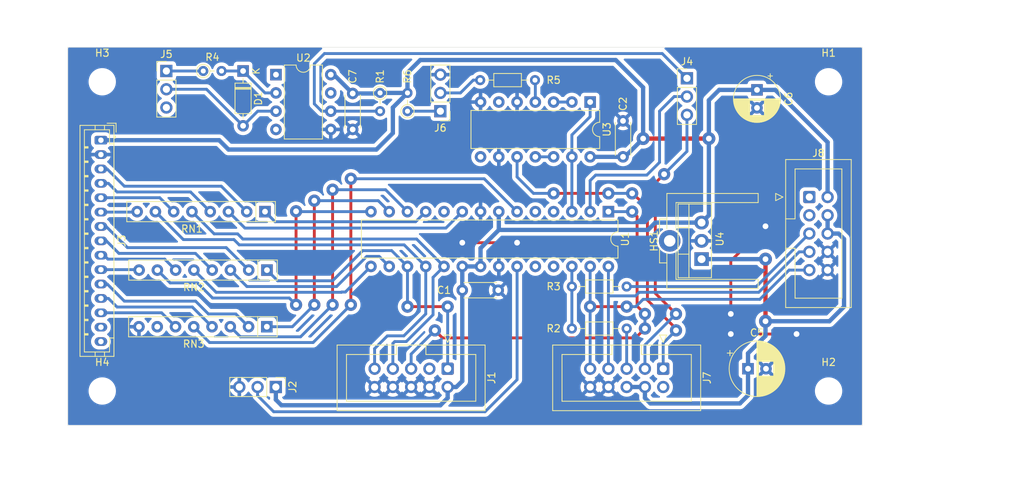
<source format=kicad_pcb>
(kicad_pcb (version 20240108) (generator "pcbnew") (generator_version "8.0")
  (layers (0 "F.Cu" signal) (31 "B.Cu" signal) (34 "B.Paste" user) (35 "F.Paste" user) (36 "B.SilkS" user "B.Silkscreen") (37 "F.SilkS" user "F.Silkscreen") (38 "B.Mask" user) (39 "F.Mask" user) (44 "Edge.Cuts" user))
  (net 0 "")
  (net 1 "+5V")
  (net 2 "GND")
  (net 3 "+12V")
  (net 4 "Net-(D1-K)")
  (net 5 "Net-(D1-A)")
  (net 8 "MISO")
  (net 9 "MOSI")
  (net 10 "Reset")
  (net 11 "SCK")
  (net 12 "Bend")
  (net 13 "Net-(J3-Pin_12)")
  (net 14 "Net-(J3-Pin_9)")
  (net 15 "Net-(J3-Pin_6)")
  (net 16 "Net-(J3-Pin_4)")
  (net 17 "Net-(J3-Pin_11)")
  (net 20 "Net-(J3-Pin_7)")
  (net 21 "Net-(J3-Pin_5)")
  (net 22 "Net-(J3-Pin_10)")
  (net 23 "Net-(J3-Pin_3)")
  (net 24 "Net-(J3-Pin_13)")
  (net 25 "Net-(J3-Pin_8)")
  (net 26 "RXD")
  (net 27 "MIDI Rx")
  (net 28 "Net-(J4-Pin_3)")
  (net 29 "Net-(J5-Pin_1)")
  (net 31 "Net-(J6-Pin_2)")
  (net 32 "Net-(J6-Pin_1)")
  (net 33 "Net-(J7-Pin_5)")
  (net 35 "SDA")
  (net 36 "SCL")
  (net 37 "TXD_OUT")
  (net 40 "Net-(J8-Pin_5)")
  (net 41 "Interrupt")
  (net 42 "Net-(R5-Pad1)")
  (net 43 "D1")
  (net 44 "D2")
  (net 45 "D0")
  (net 46 "Read")
  (net 47 "Latch")
  (net 48 "Clock")
  (net 51 "Enable")
  (net 52 "TXD")
  (net 53 "D6")
  (net 61 "Net-(U3-Pad11)")
  (net 63 "Net-(U3-Pad2)")
  (footprint "Resistor_THT:R_Array_SIP8" (layer "F.Cu") (at 103.652 96.012 180)
    (property "Reference" "RN2" (at 10.16 -2.4 180) (layer "F.SilkS"))
    (property "Value" "R_Pack04")
    (pad "1" thru_hole rect (at 0 0 180) (size 1.6 1.6) (drill 0.8) (layers "*.Cu" "*.Mask") (net 9 "MOSI"))
    (pad "2" thru_hole oval (at 2.54 0 180) (size 1.6 1.6) (drill 0.8) (layers "*.Cu" "*.Mask") (net 20 "Net-(J3-Pin_7)"))
    (pad "3" thru_hole oval (at 5.08 0 180) (size 1.6 1.6) (drill 0.8) (layers "*.Cu" "*.Mask") (net 44 "D2"))
    (pad "4" thru_hole oval (at 7.62 0 180) (size 1.6 1.6) (drill 0.8) (layers "*.Cu" "*.Mask") (net 25 "Net-(J3-Pin_8)"))
    (pad "5" thru_hole oval (at 10.16 0 180) (size 1.6 1.6) (drill 0.8) (layers "*.Cu" "*.Mask") (net 43 "D1"))
    (pad "6" thru_hole oval (at 12.7 0 180) (size 1.6 1.6) (drill 0.8) (layers "*.Cu" "*.Mask") (net 14 "Net-(J3-Pin_9)"))
    (pad "7" thru_hole oval (at 15.24 0 180) (size 1.6 1.6) (drill 0.8) (layers "*.Cu" "*.Mask") (net 45 "D0"))
    (pad "8" thru_hole oval (at 17.78 0 180) (size 1.6 1.6) (drill 0.8) (layers "*.Cu" "*.Mask") (net 22 "Net-(J3-Pin_10)"))
  )
  (footprint "Resistor_THT:R_Array_SIP8" (layer "F.Cu") (at 103.632 103.886 180)
    (property "Reference" "RN3" (at 10.16 -2.4 180) (layer "F.SilkS"))
    (property "Value" "R_Pack04")
    (pad "1" thru_hole rect (at 0 0 180) (size 1.6 1.6) (drill 0.8) (layers "*.Cu" "*.Mask") (net 48 "Clock"))
    (pad "2" thru_hole oval (at 2.54 0 180) (size 1.6 1.6) (drill 0.8) (layers "*.Cu" "*.Mask") (net 17 "Net-(J3-Pin_11)"))
    (pad "3" thru_hole oval (at 5.08 0 180) (size 1.6 1.6) (drill 0.8) (layers "*.Cu" "*.Mask") (net 47 "Latch"))
    (pad "4" thru_hole oval (at 7.62 0 180) (size 1.6 1.6) (drill 0.8) (layers "*.Cu" "*.Mask") (net 13 "Net-(J3-Pin_12)"))
    (pad "5" thru_hole oval (at 10.16 0 180) (size 1.6 1.6) (drill 0.8) (layers "*.Cu" "*.Mask") (net 46 "Read"))
    (pad "6" thru_hole oval (at 12.7 0 180) (size 1.6 1.6) (drill 0.8) (layers "*.Cu" "*.Mask") (net 24 "Net-(J3-Pin_13)"))
    (pad "7" thru_hole oval (at 15.24 0 180) (size 1.6 1.6) (drill 0.8) (layers "*.Cu" "*.Mask"))
    (pad "8" thru_hole oval (at 17.78 0 180) (size 1.6 1.6) (drill 0.8) (layers "*.Cu" "*.Mask") (net 2 "GND"))
  )
  (footprint "Connector_PinHeader_2.54mm:PinHeader_1x03_P2.54mm_Vertical" (layer "F.Cu") (at 162.052 69.342)
    (property "Reference" "J4" (at 0 -2.33 0) (layer "F.SilkS"))
    (property "Value" "SelectRX")
    (pad "1" thru_hole rect (at 0 0) (size 1.7 1.7) (drill 1) (layers "*.Cu" "*.Mask") (net 27 "MIDI Rx"))
    (pad "2" thru_hole oval (at 0 2.54) (size 1.7 1.7) (drill 1) (layers "*.Cu" "*.Mask") (net 26 "RXD"))
    (pad "3" thru_hole oval (at 0 5.08) (size 1.7 1.7) (drill 1) (layers "*.Cu" "*.Mask") (net 28 "Net-(J4-Pin_3)"))
  )
  (footprint "Resistor_THT:R_Axial_DIN0204_L3.6mm_D1.6mm_P7.62mm_Horizontal" (layer "F.Cu") (at 146.05 98.298)
    (property "Reference" "R3" (at -2.54 0 0) (layer "F.SilkS"))
    (property "Value" "220")
    (pad "1" thru_hole circle (at 0 0) (size 1.4 1.4) (drill 0.7) (layers "*.Cu" "*.Mask") (net 41 "Interrupt"))
    (pad "2" thru_hole oval (at 7.62 0) (size 1.4 1.4) (drill 0.7) (layers "*.Cu" "*.Mask") (net 40 "Net-(J8-Pin_5)"))
  )
  (footprint "Connector_IDC:IDC-Header_2x05_P2.54mm_Vertical" (layer "F.Cu") (at 128.778 109.728 -90)
    (property "Reference" "J1" (at 1.27 -6.1 90) (layer "F.SilkS"))
    (property "Value" "ISP")
    (pad "1" thru_hole roundrect (at 0 0 270) (size 1.7 1.7) (drill 1) (layers "*.Cu" "*.Mask") (roundrect_rratio 0.147059) (net 9 "MOSI"))
    (pad "2" thru_hole circle (at 2.54 0 270) (size 1.7 1.7) (drill 1) (layers "*.Cu" "*.Mask") (net 1 "+5V"))
    (pad "3" thru_hole circle (at 0 2.54 270) (size 1.7 1.7) (drill 1) (layers "*.Cu" "*.Mask"))
    (pad "4" thru_hole circle (at 2.54 2.54 270) (size 1.7 1.7) (drill 1) (layers "*.Cu" "*.Mask") (net 2 "GND"))
    (pad "5" thru_hole circle (at 0 5.08 270) (size 1.7 1.7) (drill 1) (layers "*.Cu" "*.Mask") (net 10 "Reset"))
    (pad "6" thru_hole circle (at 2.54 5.08 270) (size 1.7 1.7) (drill 1) (layers "*.Cu" "*.Mask") (net 2 "GND"))
    (pad "7" thru_hole circle (at 0 7.62 270) (size 1.7 1.7) (drill 1) (layers "*.Cu" "*.Mask") (net 11 "SCK"))
    (pad "8" thru_hole circle (at 2.54 7.62 270) (size 1.7 1.7) (drill 1) (layers "*.Cu" "*.Mask") (net 2 "GND"))
    (pad "9" thru_hole circle (at 0 10.16 270) (size 1.7 1.7) (drill 1) (layers "*.Cu" "*.Mask") (net 8 "MISO"))
    (pad "10" thru_hole circle (at 2.54 10.16 270) (size 1.7 1.7) (drill 1) (layers "*.Cu" "*.Mask") (net 2 "GND"))
  )
  (footprint "Package_TO_SOT_THT:TO-220-3_Vertical" (layer "F.Cu") (at 164.084 94.488 90)
    (property "Reference" "U4" (at 2.794 2.54 -90) (layer "F.SilkS"))
    (property "Value" "L7805")
    (pad "1" thru_hole rect (at 0 0 90) (size 1.905 2) (drill 1.1) (layers "*.Cu" "*.Mask") (net 3 "+12V"))
    (pad "2" thru_hole oval (at 2.54 0 90) (size 1.905 2) (drill 1.1) (layers "*.Cu" "*.Mask") (net 2 "GND"))
    (pad "3" thru_hole oval (at 5.08 0 90) (size 1.905 2) (drill 1.1) (layers "*.Cu" "*.Mask") (net 1 "+5V"))
  )
  (footprint "Resistor_THT:R_Axial_DIN0204_L3.6mm_D1.6mm_P2.54mm_Vertical" (layer "F.Cu") (at 119.38 71.374 -90)
    (property "Reference" "R1" (at -2.286 0 90) (layer "F.SilkS"))
    (property "Value" "2k2")
    (pad "1" thru_hole circle (at 0 0 270) (size 1.4 1.4) (drill 0.7) (layers "*.Cu" "*.Mask") (net 1 "+5V"))
    (pad "2" thru_hole oval (at 2.54 0 270) (size 1.4 1.4) (drill 0.7) (layers "*.Cu" "*.Mask") (net 27 "MIDI Rx"))
  )
  (footprint "Capacitor_THT:CP_Radial_D7.5mm_P2.50mm" (layer "F.Cu") (at 170.542606 109.728)
    (property "Reference" "C5" (at 1.25 -5 0) (layer "F.SilkS"))
    (property "Value" "33uF")
    (pad "1" thru_hole rect (at 0 0) (size 1.6 1.6) (drill 0.8) (layers "*.Cu" "*.Mask") (net 3 "+12V"))
    (pad "2" thru_hole circle (at 2.5 0) (size 1.6 1.6) (drill 0.8) (layers "*.Cu" "*.Mask") (net 2 "GND"))
  )
  (footprint "Capacitor_THT:C_Disc_D4.3mm_W1.9mm_P5.00mm" (layer "F.Cu") (at 130.81 98.806)
    (property "Reference" "C1" (at -2.54 0 0) (layer "F.SilkS"))
    (property "Value" "100nF")
    (pad "1" thru_hole circle (at 0 0) (size 1.6 1.6) (drill 0.8) (layers "*.Cu" "*.Mask") (net 1 "+5V"))
    (pad "2" thru_hole circle (at 5 0) (size 1.6 1.6) (drill 0.8) (layers "*.Cu" "*.Mask") (net 2 "GND"))
  )
  (footprint "MountingHole:MountingHole_3mm" (layer "F.Cu") (at 181.746 112.824)
    (property "Reference" "H2" (at 0 -4 0) (layer "F.SilkS"))
    (property "Value" "MountingHole")
    (pad "" np_thru_hole circle (at 0 0) (size 3 3) (drill 3) (layers "*.Cu" "*.Mask"))
  )
  (footprint "Resistor_THT:R_Axial_DIN0204_L3.6mm_D1.6mm_P2.54mm_Vertical" (layer "F.Cu") (at 94.792 68.326)
    (property "Reference" "R4" (at 1.27 -1.92 0) (layer "F.SilkS"))
    (property "Value" "220")
    (pad "1" thru_hole circle (at 0 0) (size 1.4 1.4) (drill 0.7) (layers "*.Cu" "*.Mask") (net 29 "Net-(J5-Pin_1)"))
    (pad "2" thru_hole oval (at 2.54 0) (size 1.4 1.4) (drill 0.7) (layers "*.Cu" "*.Mask") (net 4 "Net-(D1-K)"))
  )
  (footprint "Connector_IDC:IDC-Header_2x05_P2.54mm_Vertical" (layer "F.Cu") (at 158.75 109.728 -90)
    (property "Reference" "J7" (at 1.27 -6.1 90) (layer "F.SilkS"))
    (property "Value" "BoardCon")
    (pad "1" thru_hole roundrect (at 0 0 270) (size 1.7 1.7) (drill 1) (layers "*.Cu" "*.Mask") (roundrect_rratio 0.147059) (net 37 "TXD_OUT"))
    (pad "2" thru_hole circle (at 2.54 0 270) (size 1.7 1.7) (drill 1) (layers "*.Cu" "*.Mask"))
    (pad "3" thru_hole circle (at 0 2.54 270) (size 1.7 1.7) (drill 1) (layers "*.Cu" "*.Mask") (net 28 "Net-(J4-Pin_3)"))
    (pad "4" thru_hole circle (at 2.54 2.54 270) (size 1.7 1.7) (drill 1) (layers "*.Cu" "*.Mask") (net 3 "+12V"))
    (pad "5" thru_hole circle (at 0 5.08 270) (size 1.7 1.7) (drill 1) (layers "*.Cu" "*.Mask") (net 33 "Net-(J7-Pin_5)"))
    (pad "6" thru_hole circle (at 2.54 5.08 270) (size 1.7 1.7) (drill 1) (layers "*.Cu" "*.Mask") (net 3 "+12V"))
    (pad "7" thru_hole circle (at 0 7.62 270) (size 1.7 1.7) (drill 1) (layers "*.Cu" "*.Mask") (net 36 "SCL"))
    (pad "8" thru_hole circle (at 2.54 7.62 270) (size 1.7 1.7) (drill 1) (layers "*.Cu" "*.Mask") (net 2 "GND"))
    (pad "9" thru_hole circle (at 0 10.16 270) (size 1.7 1.7) (drill 1) (layers "*.Cu" "*.Mask") (net 35 "SDA"))
    (pad "10" thru_hole circle (at 2.54 10.16 270) (size 1.7 1.7) (drill 1) (layers "*.Cu" "*.Mask") (net 2 "GND"))
  )
  (footprint "Package_DIP:DIP-14_W7.62mm" (layer "F.Cu") (at 148.59 72.644 -90)
    (property "Reference" "U3" (at 3.81 -2.33 90) (layer "F.SilkS"))
    (property "Value" "74LS14")
    (pad "1" thru_hole rect (at 0 0 270) (size 1.6 1.6) (drill 0.8) (layers "*.Cu" "*.Mask") (net 52 "TXD"))
    (pad "2" thru_hole oval (at 0 2.54 270) (size 1.6 1.6) (drill 0.8) (layers "*.Cu" "*.Mask") (net 63 "Net-(U3-Pad2)"))
    (pad "3" thru_hole oval (at 0 5.08 270) (size 1.6 1.6) (drill 0.8) (layers "*.Cu" "*.Mask") (net 63 "Net-(U3-Pad2)"))
    (pad "4" thru_hole oval (at 0 7.62 270) (size 1.6 1.6) (drill 0.8) (layers "*.Cu" "*.Mask") (net 42 "Net-(R5-Pad1)"))
    (pad "5" thru_hole oval (at 0 10.16 270) (size 1.6 1.6) (drill 0.8) (layers "*.Cu" "*.Mask") (net 2 "GND"))
    (pad "6" thru_hole oval (at 0 12.7 270) (size 1.6 1.6) (drill 0.8) (layers "*.Cu" "*.Mask"))
    (pad "7" thru_hole oval (at 0 15.24 270) (size 1.6 1.6) (drill 0.8) (layers "*.Cu" "*.Mask") (net 2 "GND"))
    (pad "8" thru_hole oval (at 7.62 15.24 270) (size 1.6 1.6) (drill 0.8) (layers "*.Cu" "*.Mask"))
    (pad "9" thru_hole oval (at 7.62 12.7 270) (size 1.6 1.6) (drill 0.8) (layers "*.Cu" "*.Mask") (net 2 "GND"))
    (pad "10" thru_hole oval (at 7.62 10.16 270) (size 1.6 1.6) (drill 0.8) (layers "*.Cu" "*.Mask") (net 37 "TXD_OUT"))
    (pad "11" thru_hole oval (at 7.62 7.62 270) (size 1.6 1.6) (drill 0.8) (layers "*.Cu" "*.Mask") (net 61 "Net-(U3-Pad11)"))
    (pad "12" thru_hole oval (at 7.62 5.08 270) (size 1.6 1.6) (drill 0.8) (layers "*.Cu" "*.Mask") (net 61 "Net-(U3-Pad11)"))
    (pad "13" thru_hole oval (at 7.62 2.54 270) (size 1.6 1.6) (drill 0.8) (layers "*.Cu" "*.Mask") (net 52 "TXD"))
    (pad "14" thru_hole oval (at 7.62 0 270) (size 1.6 1.6) (drill 0.8) (layers "*.Cu" "*.Mask") (net 1 "+5V"))
  )
  (footprint "Connector_PinHeader_2.54mm:PinHeader_1x03_P2.54mm_Vertical" (layer "F.Cu") (at 89.662 68.326)
    (property "Reference" "J5" (at 0 -2.33 0) (layer "F.SilkS"))
    (property "Value" "MIDI In")
    (pad "1" thru_hole rect (at 0 0) (size 1.7 1.7) (drill 1) (layers "*.Cu" "*.Mask") (net 29 "Net-(J5-Pin_1)"))
    (pad "2" thru_hole oval (at 0 2.54) (size 1.7 1.7) (drill 1) (layers "*.Cu" "*.Mask") (net 5 "Net-(D1-A)"))
    (pad "3" thru_hole oval (at 0 5.08) (size 1.7 1.7) (drill 1) (layers "*.Cu" "*.Mask"))
  )
  (footprint "MountingHole:MountingHole_3mm" (layer "F.Cu") (at 80.746 112.824)
    (property "Reference" "H4" (at 0 -4 0) (layer "F.SilkS"))
    (property "Value" "MountingHole")
    (pad "" np_thru_hole circle (at 0 0) (size 3 3) (drill 3) (layers "*.Cu" "*.Mask"))
  )
  (footprint "Connector_JST:JST_PH_B15B-PH-K_1x15_P2.00mm_Vertical" (layer "F.Cu") (at 80.56 77.948 -90)
    (property "Reference" "J3" (at 14 -2.9 90) (layer "F.SilkS"))
    (property "Value" "Technics")
    (pad "1" thru_hole roundrect (at 0 0 270) (size 1.2 1.75) (drill 0.75) (layers "*.Cu" "*.Mask") (roundrect_rratio 0.208333) (net 1 "+5V"))
    (pad "2" thru_hole oval (at 2 0 270) (size 1.2 1.75) (drill 0.75) (layers "*.Cu" "*.Mask") (net 2 "GND"))
    (pad "3" thru_hole oval (at 4 0 270) (size 1.2 1.75) (drill 0.75) (layers "*.Cu" "*.Mask") (net 23 "Net-(J3-Pin_3)"))
    (pad "4" thru_hole oval (at 6 0 270) (size 1.2 1.75) (drill 0.75) (layers "*.Cu" "*.Mask") (net 16 "Net-(J3-Pin_4)"))
    (pad "5" thru_hole oval (at 8 0 270) (size 1.2 1.75) (drill 0.75) (layers "*.Cu" "*.Mask") (net 21 "Net-(J3-Pin_5)"))
    (pad "6" thru_hole oval (at 10 0 270) (size 1.2 1.75) (drill 0.75) (layers "*.Cu" "*.Mask") (net 15 "Net-(J3-Pin_6)"))
    (pad "7" thru_hole oval (at 12 0 270) (size 1.2 1.75) (drill 0.75) (layers "*.Cu" "*.Mask") (net 20 "Net-(J3-Pin_7)"))
    (pad "8" thru_hole oval (at 14 0 270) (size 1.2 1.75) (drill 0.75) (layers "*.Cu" "*.Mask") (net 25 "Net-(J3-Pin_8)"))
    (pad "9" thru_hole oval (at 16 0 270) (size 1.2 1.75) (drill 0.75) (layers "*.Cu" "*.Mask") (net 14 "Net-(J3-Pin_9)"))
    (pad "10" thru_hole oval (at 18 0 270) (size 1.2 1.75) (drill 0.75) (layers "*.Cu" "*.Mask") (net 22 "Net-(J3-Pin_10)"))
    (pad "11" thru_hole oval (at 20 0 270) (size 1.2 1.75) (drill 0.75) (layers "*.Cu" "*.Mask") (net 17 "Net-(J3-Pin_11)"))
    (pad "12" thru_hole oval (at 22 0 270) (size 1.2 1.75) (drill 0.75) (layers "*.Cu" "*.Mask") (net 13 "Net-(J3-Pin_12)"))
    (pad "13" thru_hole oval (at 24 0 270) (size 1.2 1.75) (drill 0.75) (layers "*.Cu" "*.Mask") (net 24 "Net-(J3-Pin_13)"))
    (pad "14" thru_hole oval (at 26 0 270) (size 1.2 1.75) (drill 0.75) (layers "*.Cu" "*.Mask"))
    (pad "15" thru_hole oval (at 28 0 270) (size 1.2 1.75) (drill 0.75) (layers "*.Cu" "*.Mask"))
  )
  (footprint "MountingHole:MountingHole_3mm" (layer "F.Cu") (at 80.746 69.824)
    (property "Reference" "H3" (at 0 -4 0) (layer "F.SilkS"))
    (property "Value" "MountingHole")
    (pad "" np_thru_hole circle (at 0 0) (size 3 3) (drill 3) (layers "*.Cu" "*.Mask"))
  )
  (footprint "Package_DIP:DIP-28_W7.62mm" (layer "F.Cu") (at 151.13 87.884 -90)
    (property "Reference" "U1" (at 3.81 -2.33 90) (layer "F.SilkS"))
    (property "Value" "ATmega48-20P")
    (pad "1" thru_hole rect (at 0 0 270) (size 1.6 1.6) (drill 0.8) (layers "*.Cu" "*.Mask") (net 10 "Reset"))
    (pad "2" thru_hole oval (at 0 2.54 270) (size 1.6 1.6) (drill 0.8) (layers "*.Cu" "*.Mask") (net 26 "RXD"))
    (pad "3" thru_hole oval (at 0 5.08 270) (size 1.6 1.6) (drill 0.8) (layers "*.Cu" "*.Mask") (net 52 "TXD"))
    (pad "4" thru_hole oval (at 0 7.62 270) (size 1.6 1.6) (drill 0.8) (layers "*.Cu" "*.Mask"))
    (pad "5" thru_hole oval (at 0 10.16 270) (size 1.6 1.6) (drill 0.8) (layers "*.Cu" "*.Mask"))
    (pad "6" thru_hole oval (at 0 12.7 270) (size 1.6 1.6) (drill 0.8) (layers "*.Cu" "*.Mask") (net 46 "Read"))
    (pad "7" thru_hole oval (at 0 15.24 270) (size 1.6 1.6) (drill 0.8) (layers "*.Cu" "*.Mask") (net 1 "+5V"))
    (pad "8" thru_hole oval (at 0 17.78 270) (size 1.6 1.6) (drill 0.8) (layers "*.Cu" "*.Mask") (net 2 "GND"))
    (pad "9" thru_hole oval (at 0 20.32 270) (size 1.6 1.6) (drill 0.8) (layers "*.Cu" "*.Mask") (net 53 "D6"))
    (pad "10" thru_hole oval (at 0 22.86 270) (size 1.6 1.6) (drill 0.8) (layers "*.Cu" "*.Mask"))
    (pad "11" thru_hole oval (at 0 25.4 270) (size 1.6 1.6) (drill 0.8) (layers "*.Cu" "*.Mask") (net 51 "Enable"))
    (pad "12" thru_hole oval (at 0 27.94 270) (size 1.6 1.6) (drill 0.8) (layers "*.Cu" "*.Mask") (net 47 "Latch"))
    (pad "13" thru_hole oval (at 0 30.48 270) (size 1.6 1.6) (drill 0.8) (layers "*.Cu" "*.Mask") (net 48 "Clock"))
    (pad "14" thru_hole oval (at 0 33.02 270) (size 1.6 1.6) (drill 0.8) (layers "*.Cu" "*.Mask") (net 45 "D0"))
    (pad "15" thru_hole oval (at 7.62 33.02 270) (size 1.6 1.6) (drill 0.8) (layers "*.Cu" "*.Mask") (net 43 "D1"))
    (pad "16" thru_hole oval (at 7.62 30.48 270) (size 1.6 1.6) (drill 0.8) (layers "*.Cu" "*.Mask") (net 44 "D2"))
    (pad "17" thru_hole oval (at 7.62 27.94 270) (size 1.6 1.6) (drill 0.8) (layers "*.Cu" "*.Mask") (net 9 "MOSI"))
    (pad "18" thru_hole oval (at 7.62 25.4 270) (size 1.6 1.6) (drill 0.8) (layers "*.Cu" "*.Mask") (net 8 "MISO"))
    (pad "19" thru_hole oval (at 7.62 22.86 270) (size 1.6 1.6) (drill 0.8) (layers "*.Cu" "*.Mask") (net 11 "SCK"))
    (pad "20" thru_hole oval (at 7.62 20.32 270) (size 1.6 1.6) (drill 0.8) (layers "*.Cu" "*.Mask") (net 1 "+5V"))
    (pad "21" thru_hole oval (at 7.62 17.78 270) (size 1.6 1.6) (drill 0.8) (layers "*.Cu" "*.Mask") (net 1 "+5V"))
    (pad "22" thru_hole oval (at 7.62 15.24 270) (size 1.6 1.6) (drill 0.8) (layers "*.Cu" "*.Mask") (net 2 "GND"))
    (pad "23" thru_hole oval (at 7.62 12.7 270) (size 1.6 1.6) (drill 0.8) (layers "*.Cu" "*.Mask") (net 12 "Bend"))
    (pad "24" thru_hole oval (at 7.62 10.16 270) (size 1.6 1.6) (drill 0.8) (layers "*.Cu" "*.Mask"))
    (pad "25" thru_hole oval (at 7.62 7.62 270) (size 1.6 1.6) (drill 0.8) (layers "*.Cu" "*.Mask"))
    (pad "26" thru_hole oval (at 7.62 5.08 270) (size 1.6 1.6) (drill 0.8) (layers "*.Cu" "*.Mask") (net 41 "Interrupt"))
    (pad "27" thru_hole oval (at 7.62 2.54 270) (size 1.6 1.6) (drill 0.8) (layers "*.Cu" "*.Mask") (net 35 "SDA"))
    (pad "28" thru_hole oval (at 7.62 0 270) (size 1.6 1.6) (drill 0.8) (layers "*.Cu" "*.Mask") (net 36 "SCL"))
  )
  (footprint "Package_DIP:DIP-8_W7.62mm" (layer "F.Cu") (at 104.902 68.834)
    (property "Reference" "U2" (at 3.81 -2.33 0) (layer "F.SilkS"))
    (property "Value" "6N137")
    (pad "1" thru_hole rect (at 0 0) (size 1.6 1.6) (drill 0.8) (layers "*.Cu" "*.Mask"))
    (pad "2" thru_hole oval (at 0 2.54) (size 1.6 1.6) (drill 0.8) (layers "*.Cu" "*.Mask") (net 4 "Net-(D1-K)"))
    (pad "3" thru_hole oval (at 0 5.08) (size 1.6 1.6) (drill 0.8) (layers "*.Cu" "*.Mask") (net 5 "Net-(D1-A)"))
    (pad "4" thru_hole oval (at 0 7.62) (size 1.6 1.6) (drill 0.8) (layers "*.Cu" "*.Mask"))
    (pad "5" thru_hole oval (at 7.62 7.62) (size 1.6 1.6) (drill 0.8) (layers "*.Cu" "*.Mask") (net 2 "GND"))
    (pad "6" thru_hole oval (at 7.62 5.08) (size 1.6 1.6) (drill 0.8) (layers "*.Cu" "*.Mask") (net 27 "MIDI Rx"))
    (pad "7" thru_hole oval (at 7.62 2.54) (size 1.6 1.6) (drill 0.8) (layers "*.Cu" "*.Mask"))
    (pad "8" thru_hole oval (at 7.62 0) (size 1.6 1.6) (drill 0.8) (layers "*.Cu" "*.Mask") (net 1 "+5V"))
  )
  (footprint "Connector_PinHeader_2.54mm:PinHeader_1x03_P2.54mm_Vertical" (layer "F.Cu") (at 127.762 73.914 180)
    (property "Reference" "J6" (at 0 -2.33 180) (layer "F.SilkS"))
    (property "Value" "MIDI Out")
    (pad "1" thru_hole rect (at 0 0 180) (size 1.7 1.7) (drill 1) (layers "*.Cu" "*.Mask") (net 32 "Net-(J6-Pin_1)"))
    (pad "2" thru_hole oval (at 0 2.54 180) (size 1.7 1.7) (drill 1) (layers "*.Cu" "*.Mask") (net 31 "Net-(J6-Pin_2)"))
    (pad "3" thru_hole oval (at 0 5.08 180) (size 1.7 1.7) (drill 1) (layers "*.Cu" "*.Mask") (net 2 "GND"))
  )
  (footprint "Capacitor_THT:C_Disc_D4.3mm_W1.9mm_P5.00mm" (layer "F.Cu") (at 115.57 71.454 -90)
    (property "Reference" "C7" (at -2.366 0 90) (layer "F.SilkS"))
    (property "Value" "100nF")
    (pad "1" thru_hole circle (at 0 0 270) (size 1.6 1.6) (drill 0.8) (layers "*.Cu" "*.Mask") (net 1 "+5V"))
    (pad "2" thru_hole circle (at 5 0 270) (size 1.6 1.6) (drill 0.8) (layers "*.Cu" "*.Mask") (net 2 "GND"))
  )
  (footprint "Capacitor_THT:CP_Radial_D6.3mm_P2.50mm" (layer "F.Cu") (at 171.79162 70.953618 -90)
    (property "Reference" "C6" (at 1.25 -4.4 90) (layer "F.SilkS"))
    (property "Value" "10uF")
    (pad "1" thru_hole rect (at 0 0 270) (size 1.6 1.6) (drill 0.8) (layers "*.Cu" "*.Mask") (net 1 "+5V"))
    (pad "2" thru_hole circle (at 2.5 0 270) (size 1.6 1.6) (drill 0.8) (layers "*.Cu" "*.Mask") (net 2 "GND"))
  )
  (footprint "Custom_Heatsinks:Heatsink_Aavid_TO-220_H12.7mm" (layer "F.Cu") (at 160.528 91.9607 90)
    (property "Reference" "HS1" (at 0 -3.048 -90) (layer "F.SilkS"))
    (property "Value" "Heatsink_Pad")
    (pad "1" thru_hole circle (at 0.0127 -0.8763 90) (size 3 3) (drill 1.6) (layers "*.Cu" "*.Mask") (clearance 0.3))
  )
  (footprint "MountingHole:MountingHole_3mm" (layer "F.Cu") (at 181.746 69.824)
    (property "Reference" "H1" (at 0 -4 0) (layer "F.SilkS"))
    (property "Value" "MountingHole")
    (pad "" np_thru_hole circle (at 0 0) (size 3 3) (drill 3) (layers "*.Cu" "*.Mask"))
  )
  (footprint "Diode_THT:D_DO-35_SOD27_P7.62mm_Horizontal" (layer "F.Cu") (at 100.33 68.326 -90)
    (property "Reference" "D1" (at 3.81 -2.12 90) (layer "F.SilkS"))
    (property "Value" "1N4148")
    (fp_text user "K" (at 0 -1.8 90) (layer "F.SilkS"))
    (pad "1" thru_hole rect (at 0 0 270) (size 1.6 1.6) (drill 0.8) (layers "*.Cu" "*.Mask") (net 4 "Net-(D1-K)"))
    (pad "2" thru_hole oval (at 7.62 0 270) (size 1.6 1.6) (drill 0.8) (layers "*.Cu" "*.Mask") (net 5 "Net-(D1-A)"))
  )
  (footprint "Resistor_THT:R_Axial_DIN0204_L3.6mm_D1.6mm_P7.62mm_Horizontal" (layer "F.Cu") (at 140.92 69.596 180)
    (property "Reference" "R5" (at -2.59 0 180) (layer "F.SilkS"))
    (property "Value" "220")
    (pad "1" thru_hole circle (at 0 0 180) (size 1.4 1.4) (drill 0.7) (layers "*.Cu" "*.Mask") (net 42 "Net-(R5-Pad1)"))
    (pad "2" thru_hole oval (at 7.62 0 180) (size 1.4 1.4) (drill 0.7) (layers "*.Cu" "*.Mask") (net 31 "Net-(J6-Pin_2)"))
  )
  (footprint "Resistor_THT:R_Array_SIP8" (layer "F.Cu") (at 103.378 87.884 180)
    (property "Reference" "RN1" (at 10.16 -2.4 180) (layer "F.SilkS"))
    (property "Value" "R_Pack04")
    (pad "1" thru_hole rect (at 0 0 180) (size 1.6 1.6) (drill 0.8) (layers "*.Cu" "*.Mask") (net 51 "Enable"))
    (pad "2" thru_hole oval (at 2.54 0 180) (size 1.6 1.6) (drill 0.8) (layers "*.Cu" "*.Mask") (net 23 "Net-(J3-Pin_3)"))
    (pad "3" thru_hole oval (at 5.08 0 180) (size 1.6 1.6) (drill 0.8) (layers "*.Cu" "*.Mask") (net 53 "D6"))
    (pad "4" thru_hole oval (at 7.62 0 180) (size 1.6 1.6) (drill 0.8) (layers "*.Cu" "*.Mask") (net 16 "Net-(J3-Pin_4)"))
    (pad "5" thru_hole oval (at 10.16 0 180) (size 1.6 1.6) (drill 0.8) (layers "*.Cu" "*.Mask") (net 11 "SCK"))
    (pad "6" thru_hole oval (at 12.7 0 180) (size 1.6 1.6) (drill 0.8) (layers "*.Cu" "*.Mask") (net 21 "Net-(J3-Pin_5)"))
    (pad "7" thru_hole oval (at 15.24 0 180) (size 1.6 1.6) (drill 0.8) (layers "*.Cu" "*.Mask") (net 8 "MISO"))
    (pad "8" thru_hole oval (at 17.78 0 180) (size 1.6 1.6) (drill 0.8) (layers "*.Cu" "*.Mask") (net 15 "Net-(J3-Pin_6)"))
  )
  (footprint "Capacitor_THT:C_Disc_D4.3mm_W1.9mm_P5.00mm" (layer "F.Cu") (at 153.162 80.264 90)
    (property "Reference" "C2" (at 7.366 0 -90) (layer "F.SilkS"))
    (property "Value" "100nF")
    (pad "1" thru_hole circle (at 0 0 90) (size 1.6 1.6) (drill 0.8) (layers "*.Cu" "*.Mask") (net 1 "+5V"))
    (pad "2" thru_hole circle (at 5 0 90) (size 1.6 1.6) (drill 0.8) (layers "*.Cu" "*.Mask") (net 2 "GND"))
  )
  (footprint "Connector_IDC:IDC-Header_2x05_P2.54mm_Vertical" (layer "F.Cu") (at 179.07 85.852)
    (property "Reference" "J8" (at 1.27 -6.1 0) (layer "F.SilkS"))
    (property "Value" "PistonEncoder")
    (pad "1" thru_hole roundrect (at 0 0) (size 1.7 1.7) (drill 1) (layers "*.Cu" "*.Mask") (roundrect_rratio 0.147059))
    (pad "2" thru_hole circle (at 2.54 0) (size 1.7 1.7) (drill 1) (layers "*.Cu" "*.Mask") (net 1 "+5V"))
    (pad "3" thru_hole circle (at 0 2.54) (size 1.7 1.7) (drill 1) (layers "*.Cu" "*.Mask"))
    (pad "4" thru_hole circle (at 2.54 2.54) (size 1.7 1.7) (drill 1) (layers "*.Cu" "*.Mask") (net 3 "+12V"))
    (pad "5" thru_hole circle (at 0 5.08) (size 1.7 1.7) (drill 1) (layers "*.Cu" "*.Mask") (net 40 "Net-(J8-Pin_5)"))
    (pad "6" thru_hole circle (at 2.54 5.08) (size 1.7 1.7) (drill 1) (layers "*.Cu" "*.Mask") (net 3 "+12V"))
    (pad "7" thru_hole circle (at 0 7.62) (size 1.7 1.7) (drill 1) (layers "*.Cu" "*.Mask") (net 36 "SCL"))
    (pad "8" thru_hole circle (at 2.54 7.62) (size 1.7 1.7) (drill 1) (layers "*.Cu" "*.Mask") (net 2 "GND"))
    (pad "9" thru_hole circle (at 0 10.16) (size 1.7 1.7) (drill 1) (layers "*.Cu" "*.Mask") (net 35 "SDA"))
    (pad "10" thru_hole circle (at 2.54 10.16) (size 1.7 1.7) (drill 1) (layers "*.Cu" "*.Mask") (net 2 "GND"))
  )
  (footprint "Resistor_THT:R_Axial_DIN0204_L3.6mm_D1.6mm_P2.54mm_Vertical" (layer "F.Cu") (at 123.19 73.914 90)
    (property "Reference" "R6" (at 4.826 0 -90) (layer "F.SilkS"))
    (property "Value" "220")
    (pad "1" thru_hole circle (at 0 0 90) (size 1.4 1.4) (drill 0.7) (layers "*.Cu" "*.Mask") (net 32 "Net-(J6-Pin_1)"))
    (pad "2" thru_hole oval (at 2.54 0 90) (size 1.4 1.4) (drill 0.7) (layers "*.Cu" "*.Mask") (net 1 "+5V"))
  )
  (footprint "Connector_PinHeader_2.54mm:PinHeader_1x03_P2.54mm_Vertical" (layer "F.Cu") (at 104.887 112.268 -90)
    (property "Reference" "J2" (at 0 -2.33 90) (layer "F.SilkS"))
    (property "Value" "Bender")
    (pad "1" thru_hole rect (at 0 0 270) (size 1.7 1.7) (drill 1) (layers "*.Cu" "*.Mask") (net 1 "+5V"))
    (pad "2" thru_hole oval (at 0 2.54 270) (size 1.7 1.7) (drill 1) (layers "*.Cu" "*.Mask") (net 12 "Bend"))
    (pad "3" thru_hole oval (at 0 5.08 270) (size 1.7 1.7) (drill 1) (layers "*.Cu" "*.Mask") (net 2 "GND"))
  )
  (footprint "Resistor_THT:R_Axial_DIN0204_L3.6mm_D1.6mm_P7.62mm_Horizontal" (layer "F.Cu") (at 153.67 104.14 180)
    (property "Reference" "R2" (at 10.16 0 180) (layer "F.SilkS"))
    (property "Value" "220")
    (pad "1" thru_hole circle (at 0 0 180) (size 1.4 1.4) (drill 0.7) (layers "*.Cu" "*.Mask") (net 33 "Net-(J7-Pin_5)"))
    (pad "2" thru_hole oval (at 7.62 0 180) (size 1.4 1.4) (drill 0.7) (layers "*.Cu" "*.Mask") (net 41 "Interrupt"))
  )
  (gr_rect (start 75.946 65.024) (end 186.436 117.602) (stroke (width 0.05)) (fill none) (layer "Edge.Cuts"))
  (segment (start 155.956 77.724) (end 165.1 77.724) (width 0.6) (layer "F.Cu") (net 1))
  (via (at 165.1 77.724) (size 1.8) (drill 0.8) (layers "F.Cu" "B.Cu") (net 1))
  (via (at 155.956 77.724) (size 1.8) (drill 0.8) (layers "F.Cu" "B.Cu") (net 1))
  (segment (start 174.331618 70.953618) (end 171.79162 70.953618) (width 0.6) (layer "B.Cu") (net 1))
  (segment (start 135.89 90.424) (end 156.633573 90.424) (width 0.6) (layer "B.Cu") (net 1))
  (segment (start 130.81 111.438081) (end 130.81 98.298) (width 0.6) (layer "B.Cu") (net 1))
  (segment (start 123.19 71.374) (end 123.19 68.58) (width 0.6) (layer "B.Cu") (net 1))
  (segment (start 181.61 78.232) (end 174.331618 70.953618) (width 0.6) (layer "B.Cu") (net 1))
  (segment (start 80.56 77.948) (end 96.998 77.948) (width 0.6) (layer "B.Cu") (net 1))
  (segment (start 119.38 71.374) (end 123.19 71.374) (width 0.6) (layer "B.Cu") (net 1))
  (segment (start 121.158 76.962) (end 121.158 73.406) (width 0.6) (layer "B.Cu") (net 1))
  (segment (start 121.158 73.406) (end 123.19 71.374) (width 0.6) (layer "B.Cu") (net 1))
  (segment (start 118.872 79.248) (end 121.158 76.962) (width 0.6) (layer "B.Cu") (net 1))
  (segment (start 166.536382 70.953618) (end 165.1 72.39) (width 0.6) (layer "B.Cu") (net 1))
  (segment (start 98.298 79.248) (end 118.872 79.248) (width 0.6) (layer "B.Cu") (net 1))
  (segment (start 104.887 112.268) (end 104.887 114.031) (width 0.6) (layer "B.Cu") (net 1))
  (segment (start 156.633573 90.424) (end 157.649573 89.408) (width 0.6) (layer "B.Cu") (net 1))
  (segment (start 123.19 68.58) (end 124.968 66.802) (width 0.6) (layer "B.Cu") (net 1))
  (segment (start 104.887 114.031) (end 105.664 114.808) (width 0.6) (layer "B.Cu") (net 1))
  (segment (start 164.084 89.408) (end 165.1 88.392) (width 0.6) (layer "B.Cu") (net 1))
  (segment (start 133.35 92.964) (end 135.89 90.424) (width 0.6) (layer "B.Cu") (net 1))
  (segment (start 153.416 80.264) (end 155.956 77.724) (width 0.6) (layer "B.Cu") (net 1))
  (segment (start 128.778 113.792) (end 128.778 112.268) (width 0.6) (layer "B.Cu") (net 1))
  (segment (start 105.664 114.808) (end 127.762 114.808) (width 0.6) (layer "B.Cu") (net 1))
  (segment (start 129.980081 112.268) (end 130.81 111.438081) (width 0.6) (layer "B.Cu") (net 1))
  (segment (start 133.35 95.504) (end 133.35 92.964) (width 0.6) (layer "B.Cu") (net 1))
  (segment (start 112.95 68.834) (end 115.57 71.454) (width 0.6) (layer "B.Cu") (net 1))
  (segment (start 130.81 95.504) (end 133.35 95.504) (width 0.6) (layer "B.Cu") (net 1))
  (segment (start 148.59 80.264) (end 153.162 80.264) (width 0.6) (layer "B.Cu") (net 1))
  (segment (start 157.649573 89.408) (end 164.084 89.408) (width 0.6) (layer "B.Cu") (net 1))
  (segment (start 165.1 88.392) (end 165.1 77.724) (width 0.6) (layer "B.Cu") (net 1))
  (segment (start 124.968 66.802) (end 152.146 66.802) (width 0.6) (layer "B.Cu") (net 1))
  (segment (start 128.778 112.268) (end 129.980081 112.268) (width 0.6) (layer "B.Cu") (net 1))
  (segment (start 115.57 71.454) (end 119.3 71.454) (width 0.6) (layer "B.Cu") (net 1))
  (segment (start 130.81 95.504) (end 130.81 98.298) (width 0.6) (layer "B.Cu") (net 1))
  (segment (start 155.956 77.724) (end 155.956 70.612) (width 0.6) (layer "B.Cu") (net 1))
  (segment (start 181.61 85.852) (end 181.61 78.232) (width 0.6) (layer "B.Cu") (net 1))
  (segment (start 165.1 72.39) (end 165.1 77.724) (width 0.6) (layer "B.Cu") (net 1))
  (segment (start 155.956 70.612) (end 152.146 66.802) (width 0.6) (layer "B.Cu") (net 1))
  (segment (start 96.998 77.948) (end 98.298 79.248) (width 0.6) (layer "B.Cu") (net 1))
  (segment (start 127.762 114.808) (end 128.778 113.792) (width 0.6) (layer "B.Cu") (net 1))
  (segment (start 171.79162 70.953618) (end 166.536382 70.953618) (width 0.6) (layer "B.Cu") (net 1))
  (segment (start 135.89 90.424) (end 135.89 87.884) (width 0.6) (layer "B.Cu") (net 1))
  (segment (start 130.81 92.202) (end 138.43 92.202) (width 0.4) (layer "F.Cu") (net 2))
  (segment (start 172.974 89.916) (end 168.148 94.742) (width 0.4) (layer "F.Cu") (net 2))
  (segment (start 168.148 94.742) (end 168.148 102.108) (width 0.4) (layer "F.Cu") (net 2))
  (segment (start 168.148 104.902) (end 177.292 104.902) (width 0.4) (layer "F.Cu") (net 2))
  (via (at 168.148 104.902) (size 1.7) (drill 0.8) (layers "F.Cu" "B.Cu") (net 2))
  (via (at 130.81 92.202) (size 1.7) (drill 0.8) (layers "F.Cu" "B.Cu") (net 2))
  (via (at 168.148 102.108) (size 1.7) (drill 0.8) (layers "F.Cu" "B.Cu") (net 2))
  (via (at 177.292 104.902) (size 1.7) (drill 0.8) (layers "F.Cu" "B.Cu") (net 2))
  (via (at 138.43 92.202) (size 1.7) (drill 0.8) (layers "F.Cu" "B.Cu") (net 2))
  (via (at 172.974 89.916) (size 1.7) (drill 0.8) (layers "F.Cu" "B.Cu") (net 2))
  (segment (start 172.974 94.488) (end 172.974 102.87) (width 0.6) (layer "F.Cu") (net 3))
  (via (at 172.974 94.488) (size 1.8) (drill 0.8) (layers "F.Cu" "B.Cu") (net 3))
  (via (at 172.974 103.124) (size 1.8) (drill 0.8) (layers "F.Cu" "B.Cu") (net 3))
  (segment (start 169.418 114.554) (end 170.542606 113.429394) (width 0.6) (layer "B.Cu") (net 3))
  (segment (start 183.134 90.932) (end 181.61 90.932) (width 0.6) (layer "B.Cu") (net 3))
  (segment (start 156.972 114.554) (end 169.418 114.554) (width 0.6) (layer "B.Cu") (net 3))
  (segment (start 172.974 105.156) (end 170.542606 107.587394) (width 0.6) (layer "B.Cu") (net 3))
  (segment (start 181.864 103.124) (end 183.896 101.092) (width 0.6) (layer "B.Cu") (net 3))
  (segment (start 170.542606 107.587394) (end 170.542606 109.728) (width 0.6) (layer "B.Cu") (net 3))
  (segment (start 181.61 88.392) (end 181.61 90.932) (width 0.6) (layer "B.Cu") (net 3))
  (segment (start 172.831 94.631) (end 172.974 94.488) (width 0.6) (layer "B.Cu") (net 3))
  (segment (start 164.084 94.488) (end 172.974 94.488) (width 0.6) (layer "B.Cu") (net 3))
  (segment (start 183.896 91.694) (end 183.134 90.932) (width 0.6) (layer "B.Cu") (net 3))
  (segment (start 172.974 103.124) (end 181.864 103.124) (width 0.6) (layer "B.Cu") (net 3))
  (segment (start 183.896 101.092) (end 183.896 91.694) (width 0.6) (layer "B.Cu") (net 3))
  (segment (start 156.21 112.268) (end 156.21 113.792) (width 0.6) (layer "B.Cu") (net 3))
  (segment (start 153.67 112.268) (end 156.21 112.268) (width 0.6) (layer "B.Cu") (net 3))
  (segment (start 172.974 103.124) (end 172.974 105.156) (width 0.6) (layer "B.Cu") (net 3))
  (segment (start 156.21 113.792) (end 156.972 114.554) (width 0.6) (layer "B.Cu") (net 3))
  (segment (start 170.542606 113.429394) (end 170.542606 109.728) (width 0.6) (layer "B.Cu") (net 3))
  (segment (start 103.378 71.374) (end 100.33 68.326) (width 0.4) (layer "B.Cu") (net 4))
  (segment (start 100.33 68.326) (end 97.332 68.326) (width 0.4) (layer "B.Cu") (net 4))
  (segment (start 104.902 71.374) (end 103.378 71.374) (width 0.4) (layer "B.Cu") (net 4))
  (segment (start 104.902 73.914) (end 102.362 73.914) (width 0.4) (layer "B.Cu") (net 5))
  (segment (start 89.662 70.866) (end 95.25 70.866) (width 0.4) (layer "B.Cu") (net 5))
  (segment (start 102.362 73.914) (end 100.33 75.946) (width 0.4) (layer "B.Cu") (net 5))
  (segment (start 95.25 70.866) (end 100.33 75.946) (width 0.4) (layer "B.Cu") (net 5))
  (segment (start 118.618 106.934) (end 118.618 109.728) (width 0.4) (layer "B.Cu") (net 8))
  (segment (start 125.73 95.504) (end 122.73 92.504) (width 0.4) (layer "B.Cu") (net 8))
  (segment (start 125.73 95.504) (end 125.73 102.108) (width 0.4) (layer "B.Cu") (net 8))
  (segment (start 122.682 105.156) (end 120.396 105.156) (width 0.4) (layer "B.Cu") (net 8))
  (segment (start 122.73 92.504) (end 99.794 92.504) (width 0.4) (layer "B.Cu") (net 8))
  (segment (start 99.794 92.504) (end 99.06 91.77) (width 0.4) (layer "B.Cu") (net 8))
  (segment (start 88.138 87.884) (end 92.024 91.77) (width 0.4) (layer "B.Cu") (net 8))
  (segment (start 120.396 105.156) (end 118.618 106.934) (width 0.4) (layer "B.Cu") (net 8))
  (segment (start 92.024 91.77) (end 99.06 91.77) (width 0.4) (layer "B.Cu") (net 8))
  (segment (start 125.73 102.108) (end 122.682 105.156) (width 0.4) (layer "B.Cu") (net 8))
  (segment (start 128.778 101.092) (end 123.19 101.092) (width 0.4) (layer "F.Cu") (net 9))
  (via (at 128.778 101.092) (size 1.7) (drill 0.8) (layers "F.Cu" "B.Cu") (net 9))
  (via (at 123.19 101.092) (size 1.7) (drill 0.8) (layers "F.Cu" "B.Cu") (net 9))
  (segment (start 105.138 97.498) (end 103.652 96.012) (width 0.4) (layer "B.Cu") (net 9))
  (segment (start 116.97 93.304) (end 112.776 97.498) (width 0.4) (layer "B.Cu") (net 9))
  (segment (start 123.19 101.092) (end 123.19 95.504) (width 0.4) (layer "B.Cu") (net 9))
  (segment (start 112.776 97.498) (end 105.138 97.498) (width 0.4) (layer "B.Cu") (net 9))
  (segment (start 128.778 109.728) (end 128.778 101.092) (width 0.4) (layer "B.Cu") (net 9))
  (segment (start 123.19 95.504) (end 120.99 93.304) (width 0.4) (layer "B.Cu") (net 9))
  (segment (start 120.99 93.304) (end 116.97 93.304) (width 0.4) (layer "B.Cu") (net 9))
  (segment (start 127 104.394) (end 128.046 105.44) (width 0.4) (layer "F.Cu") (net 10))
  (segment (start 156.21 102.108) (end 155.12 101.018) (width 0.4) (layer "F.Cu") (net 10))
  (segment (start 155.12 101.018) (end 155.12 88.572) (width 0.4) (layer "F.Cu") (net 10))
  (segment (start 154.91 105.44) (end 156.21 104.14) (width 0.4) (layer "F.Cu") (net 10))
  (segment (start 155.12 88.572) (end 154.432 87.884) (width 0.4) (layer "F.Cu") (net 10))
  (segment (start 128.046 105.44) (end 154.91 105.44) (width 0.4) (layer "F.Cu") (net 10))
  (via (at 156.21 104.14) (size 1.7) (drill 0.8) (layers "F.Cu" "B.Cu") (net 10))
  (via (at 154.432 87.884) (size 1.7) (drill 0.8) (layers "F.Cu" "B.Cu") (net 10))
  (via (at 127 104.394) (size 1.7) (drill 0.8) (layers "F.Cu" "B.Cu") (net 10))
  (via (at 156.21 102.108) (size 1.7) (drill 0.8) (layers "F.Cu" "B.Cu") (net 10))
  (segment (start 123.698 107.696) (end 127 104.394) (width 0.4) (layer "B.Cu") (net 10))
  (segment (start 123.698 109.728) (end 123.698 107.696) (width 0.4) (layer "B.Cu") (net 10))
  (segment (start 156.21 104.14) (end 156.21 102.108) (width 0.4) (layer "B.Cu") (net 10))
  (segment (start 154.432 87.884) (end 151.13 87.884) (width 0.4) (layer "B.Cu") (net 10))
  (segment (start 121.412 105.956) (end 123.013371 105.956) (width 0.4) (layer "B.Cu") (net 11))
  (segment (start 121.158 106.21) (end 121.412 105.956) (width 0.4) (layer "B.Cu") (net 11))
  (segment (start 126.746 102.223371) (end 126.746 97.028) (width 0.4) (layer "B.Cu") (net 11))
  (segment (start 126.746 97.028) (end 128.27 95.504) (width 0.4) (layer "B.Cu") (net 11))
  (segment (start 123.013371 105.956) (end 126.746 102.223371) (width 0.4) (layer "B.Cu") (net 11))
  (segment (start 124.46 91.694) (end 100.292 91.694) (width 0.4) (layer "B.Cu") (net 11))
  (segment (start 121.158 109.728) (end 121.158 106.21) (width 0.4) (layer "B.Cu") (net 11))
  (segment (start 100.292 91.694) (end 99.568 90.97) (width 0.4) (layer "B.Cu") (net 11))
  (segment (start 96.304 90.97) (end 93.218 87.884) (width 0.4) (layer "B.Cu") (net 11))
  (segment (start 128.27 95.504) (end 124.46 91.694) (width 0.4) (layer "B.Cu") (net 11))
  (segment (start 99.568 90.97) (end 96.304 90.97) (width 0.4) (layer "B.Cu") (net 11))
  (segment (start 102.347 113.470081) (end 102.347 112.268) (width 0.4) (layer "B.Cu") (net 12))
  (segment (start 133.974 115.708) (end 104.584919 115.708) (width 0.4) (layer "B.Cu") (net 12))
  (segment (start 138.43 111.252) (end 133.974 115.708) (width 0.4) (layer "B.Cu") (net 12))
  (segment (start 138.43 95.504) (end 138.43 111.252) (width 0.4) (layer "B.Cu") (net 12))
  (segment (start 104.584919 115.708) (end 102.347 113.470081) (width 0.4) (layer "B.Cu") (net 12))
  (segment (start 93.274 101.148) (end 96.012 103.886) (width 0.4) (layer "B.Cu") (net 13))
  (segment (start 82.804 101.148) (end 93.274 101.148) (width 0.4) (layer "B.Cu") (net 13))
  (segment (start 81.604 99.948) (end 82.804 101.148) (width 0.4) (layer "B.Cu") (net 13))
  (segment (start 80.56 99.948) (end 81.604 99.948) (width 0.4) (layer "B.Cu") (net 13))
  (segment (start 81.534 94.488) (end 89.428 94.488) (width 0.4) (layer "B.Cu") (net 14))
  (segment (start 80.994 93.948) (end 81.534 94.488) (width 0.4) (layer "B.Cu") (net 14))
  (segment (start 89.428 94.488) (end 90.952 96.012) (width 0.4) (layer "B.Cu") (net 14))
  (segment (start 80.56 87.948) (end 85.534 87.948) (width 0.4) (layer "B.Cu") (net 15))
  (segment (start 82.804 85.148) (end 93.022 85.148) (width 0.4) (layer "B.Cu") (net 16))
  (segment (start 80.56 83.948) (end 81.604 83.948) (width 0.4) (layer "B.Cu") (net 16))
  (segment (start 93.022 85.148) (end 95.758 87.884) (width 0.4) (layer "B.Cu") (net 16))
  (segment (start 81.604 83.948) (end 82.804 85.148) (width 0.4) (layer "B.Cu") (net 16))
  (segment (start 80.56 97.948) (end 81.438 97.948) (width 0.4) (layer "B.Cu") (net 17))
  (segment (start 81.438 97.948) (end 83.82 100.33) (width 0.4) (layer "B.Cu") (net 17))
  (segment (start 99.314 102.108) (end 101.092 103.886) (width 0.4) (layer "B.Cu") (net 17))
  (segment (start 83.82 100.33) (end 93.726 100.33) (width 0.4) (layer "B.Cu") (net 17))
  (segment (start 93.726 100.33) (end 95.504 102.108) (width 0.4) (layer "B.Cu") (net 17))
  (segment (start 95.504 102.108) (end 99.314 102.108) (width 0.4) (layer "B.Cu") (net 17))
  (segment (start 83.566 92.202) (end 84.252 92.888) (width 0.4) (layer "B.Cu") (net 20))
  (segment (start 83.539 92.202) (end 83.566 92.202) (width 0.4) (layer "B.Cu") (net 20))
  (segment (start 80.56 89.948) (end 81.285 89.948) (width 0.4) (layer "B.Cu") (net 20))
  (segment (start 81.285 89.948) (end 83.539 92.202) (width 0.4) (layer "B.Cu") (net 20))
  (segment (start 97.988 92.888) (end 101.112 96.012) (width 0.4) (layer "B.Cu") (net 20))
  (segment (start 84.252 92.888) (end 97.988 92.888) (width 0.4) (layer "B.Cu") (net 20))
  (segment (start 88.742 85.948) (end 90.678 87.884) (width 0.4) (layer "B.Cu") (net 21))
  (segment (start 80.56 85.948) (end 88.742 85.948) (width 0.4) (layer "B.Cu") (net 21))
  (segment (start 80.56 95.948) (end 85.808 95.948) (width 0.4) (layer "B.Cu") (net 22))
  (segment (start 80.56 81.948) (end 81.42 81.948) (width 0.4) (layer "B.Cu") (net 23))
  (segment (start 97.302 84.348) (end 100.838 87.884) (width 0.4) (layer "B.Cu") (net 23))
  (segment (start 83.82 84.348) (end 97.302 84.348) (width 0.4) (layer "B.Cu") (net 23))
  (segment (start 81.42 81.948) (end 83.82 84.348) (width 0.4) (layer "B.Cu") (net 23))
  (segment (start 88.994 101.948) (end 90.932 103.886) (width 0.4) (layer "B.Cu") (net 24))
  (segment (start 80.56 101.948) (end 88.994 101.948) (width 0.4) (layer "B.Cu") (net 24))
  (segment (start 83.058 93.688) (end 93.708 93.688) (width 0.4) (layer "B.Cu") (net 25))
  (segment (start 81.318 91.948) (end 83.058 93.688) (width 0.4) (layer "B.Cu") (net 25))
  (segment (start 93.708 93.688) (end 96.032 96.012) (width 0.4) (layer "B.Cu") (net 25))
  (segment (start 80.56 91.948) (end 81.318 91.948) (width 0.4) (layer "B.Cu") (net 25))
  (segment (start 158.242 73.914) (end 160.274 71.882) (width 0.4) (layer "B.Cu") (net 26))
  (segment (start 148.59 87.884) (end 148.59 83.566) (width 0.4) (layer "B.Cu") (net 26))
  (segment (start 156.464 82.804) (end 158.242 81.026) (width 0.4) (layer "B.Cu") (net 26))
  (segment (start 158.242 81.026) (end 158.242 73.914) (width 0.4) (layer "B.Cu") (net 26))
  (segment (start 148.59 83.566) (end 149.352 82.804) (width 0.4) (layer "B.Cu") (net 26))
  (segment (start 160.274 71.882) (end 162.052 71.882) (width 0.4) (layer "B.Cu") (net 26))
  (segment (start 149.352 82.804) (end 156.464 82.804) (width 0.4) (layer "B.Cu") (net 26))
  (segment (start 111.644 65.902) (end 110.236 67.31) (width 0.4) (layer "B.Cu") (net 27))
  (segment (start 119.38 73.914) (end 112.522 73.914) (width 0.4) (layer "B.Cu") (net 27))
  (segment (start 110.236 67.31) (end 110.236 72.898) (width 0.4) (layer "B.Cu") (net 27))
  (segment (start 158.612 65.902) (end 111.644 65.902) (width 0.4) (layer "B.Cu") (net 27))
  (segment (start 111.252 73.914) (end 112.522 73.914) (width 0.4) (layer "B.Cu") (net 27))
  (segment (start 110.236 72.898) (end 111.252 73.914) (width 0.4) (layer "B.Cu") (net 27))
  (segment (start 162.052 69.342) (end 158.612 65.902) (width 0.4) (layer "B.Cu") (net 27))
  (segment (start 158.877 82.677) (end 157.6517 83.9023) (width 0.4) (layer "F.Cu") (net 28))
  (segment (start 157.6517 83.9023) (end 157.6517 99.2317) (width 0.4) (layer "F.Cu") (net 28))
  (segment (start 157.6517 99.2317) (end 160.528 102.108) (width 0.4) (layer "F.Cu") (net 28))
  (via (at 160.528 102.108) (size 1.7) (drill 0.8) (layers "F.Cu" "B.Cu") (net 28))
  (via (at 158.877 82.677) (size 1.7) (drill 0.8) (layers "F.Cu" "B.Cu") (net 28))
  (segment (start 156.21 109.728) (end 156.21 106.426) (width 0.4) (layer "B.Cu") (net 28))
  (segment (start 162.052 79.502) (end 162.052 74.422) (width 0.4) (layer "B.Cu") (net 28))
  (segment (start 158.877 82.677) (end 162.052 79.502) (width 0.4) (layer "B.Cu") (net 28))
  (segment (start 156.21 106.426) (end 160.528 102.108) (width 0.4) (layer "B.Cu") (net 28))
  (segment (start 94.792 68.326) (end 89.662 68.326) (width 0.4) (layer "B.Cu") (net 29))
  (segment (start 130.556 71.374) (end 127.762 71.374) (width 0.4) (layer "B.Cu") (net 31))
  (segment (start 132.334 69.596) (end 130.556 71.374) (width 0.4) (layer "B.Cu") (net 31))
  (segment (start 133.3 69.596) (end 132.334 69.596) (width 0.4) (layer "B.Cu") (net 31))
  (segment (start 123.19 73.914) (end 127.762 73.914) (width 0.4) (layer "B.Cu") (net 32))
  (segment (start 153.67 109.728) (end 153.67 104.14) (width 0.4) (layer "B.Cu") (net 33))
  (segment (start 153.67 101.092) (end 148.59 101.092) (width 0.4) (layer "F.Cu") (net 35))
  (via (at 153.67 101.092) (size 1.7) (drill 0.8) (layers "F.Cu" "B.Cu") (net 35))
  (via (at 148.59 101.092) (size 1.7) (drill 0.8) (layers "F.Cu" "B.Cu") (net 35))
  (segment (start 176.25274 96.012) (end 172.18874 100.076) (width 0.4) (layer "B.Cu") (net 35))
  (segment (start 148.59 95.504) (end 148.59 101.092) (width 0.4) (layer "B.Cu") (net 35))
  (segment (start 154.94 101.092) (end 155.956 100.076) (width 0.4) (layer "B.Cu") (net 35))
  (segment (start 155.956 100.076) (end 172.18874 100.076) (width 0.4) (layer "B.Cu") (net 35))
  (segment (start 179.07 96.012) (end 176.25274 96.012) (width 0.4) (layer "B.Cu") (net 35))
  (segment (start 154.94 101.092) (end 153.67 101.092) (width 0.4) (layer "B.Cu") (net 35))
  (segment (start 148.59 101.092) (end 148.59 109.728) (width 0.4) (layer "B.Cu") (net 35))
  (segment (start 154.91 99.598) (end 151.16 99.598) (width 0.4) (layer "B.Cu") (net 36))
  (segment (start 172.035371 99.098) (end 155.41 99.098) (width 0.4) (layer "B.Cu") (net 36))
  (segment (start 151.16 99.598) (end 151.13 99.568) (width 0.4) (layer "B.Cu") (net 36))
  (segment (start 177.66137 93.472) (end 172.035371 99.098) (width 0.4) (layer "B.Cu") (net 36))
  (segment (start 151.13 109.728) (end 151.13 99.568) (width 0.4) (layer "B.Cu") (net 36))
  (segment (start 155.41 99.098) (end 154.91 99.598) (width 0.4) (layer "B.Cu") (net 36))
  (segment (start 179.07 93.472) (end 177.66137 93.472) (width 0.4) (layer "B.Cu") (net 36))
  (segment (start 151.13 99.568) (end 151.13 95.504) (width 0.4) (layer "B.Cu") (net 36))
  (segment (start 156.556 87.214) (end 154.432 85.344) (width 0.4) (layer "F.Cu") (net 37))
  (segment (start 160.528 104.15861) (end 156.556 100.18661) (width 0.4) (layer "F.Cu") (net 37))
  (segment (start 160.528 104.394) (end 160.528 104.15861) (width 0.4) (layer "F.Cu") (net 37))
  (segment (start 143.51 85.344) (end 151.13 85.344) (width 0.4) (layer "F.Cu") (net 37))
  (segment (start 156.556 100.18661) (end 156.556 87.214) (width 0.4) (layer "F.Cu") (net 37))
  (via (at 151.13 85.344) (size 1.7) (drill 0.8) (layers "F.Cu" "B.Cu") (net 37))
  (via (at 160.528 104.394) (size 1.7) (drill 0.8) (layers "F.Cu" "B.Cu") (net 37))
  (via (at 143.51 85.344) (size 1.7) (drill 0.8) (layers "F.Cu" "B.Cu") (net 37))
  (via (at 154.432 85.344) (size 1.7) (drill 0.8) (layers "F.Cu" "B.Cu") (net 37))
  (segment (start 138.43 80.264) (end 138.43 83.058) (width 0.4) (layer "B.Cu") (net 37))
  (segment (start 138.43 83.058) (end 140.716 85.344) (width 0.4) (layer "B.Cu") (net 37))
  (segment (start 158.75 106.172) (end 158.75 109.728) (width 0.4) (layer "B.Cu") (net 37))
  (segment (start 140.716 85.344) (end 143.51 85.344) (width 0.4) (layer "B.Cu") (net 37))
  (segment (start 160.528 104.394) (end 158.75 106.172) (width 0.4) (layer "B.Cu") (net 37))
  (segment (start 151.13 85.344) (end 154.432 85.344) (width 0.4) (layer "B.Cu") (net 37))
  (segment (start 171.704 98.298) (end 153.67 98.298) (width 0.4) (layer "B.Cu") (net 40))
  (segment (start 179.07 90.932) (end 171.704 98.298) (width 0.4) (layer "B.Cu") (net 40))
  (segment (start 146.05 104.14) (end 146.05 95.504) (width 0.4) (layer "B.Cu") (net 41))
  (segment (start 140.97 72.644) (end 140.97 69.646) (width 0.4) (layer "B.Cu") (net 42))
  (segment (start 114.008 99.098) (end 96.578 99.098) (width 0.4) (layer "B.Cu") (net 43))
  (segment (start 118.11 95.504) (end 114.554 99.06) (width 0.4) (layer "B.Cu") (net 43))
  (segment (start 96.578 99.098) (end 93.492 96.012) (width 0.4) (layer "B.Cu") (net 43))
  (segment (start 114.554 99.06) (end 114.046 99.06) (width 0.4) (layer "B.Cu") (net 43))
  (segment (start 114.046 99.06) (end 114.008 99.098) (width 0.4) (layer "B.Cu") (net 43))
  (segment (start 100.858 98.298) (end 98.572 96.012) (width 0.4) (layer "B.Cu") (net 44))
  (segment (start 117.530101 94.104) (end 113.336101 98.298) (width 0.4) (layer "B.Cu") (net 44))
  (segment (start 113.336101 98.298) (end 100.858 98.298) (width 0.4) (layer "B.Cu") (net 44))
  (segment (start 120.65 95.504) (end 119.25 94.104) (width 0.4) (layer "B.Cu") (net 44))
  (segment (start 119.25 94.104) (end 117.530101 94.104) (width 0.4) (layer "B.Cu") (net 44))
  (segment (start 107.696 87.834) (end 107.696 100.838) (width 0.4) (layer "F.Cu") (net 45))
  (via (at 107.696 100.838) (size 1.7) (drill 0.8) (layers "F.Cu" "B.Cu") (net 45))
  (via (at 107.696 87.834) (size 1.7) (drill 0.8) (layers "F.Cu" "B.Cu") (net 45))
  (segment (start 90.19 97.79) (end 93.98 97.79) (width 0.4) (layer "B.Cu") (net 45))
  (segment (start 96.088 99.898) (end 106.756 99.898) (width 0.4) (layer "B.Cu") (net 45))
  (segment (start 118.11 87.884) (end 107.746 87.884) (width 0.4) (layer "B.Cu") (net 45))
  (segment (start 107.746 87.884) (end 107.696 87.834) (width 0.4) (layer "B.Cu") (net 45))
  (segment (start 106.756 99.898) (end 107.696 100.838) (width 0.4) (layer "B.Cu") (net 45))
  (segment (start 93.98 97.79) (end 96.088 99.898) (width 0.4) (layer "B.Cu") (net 45))
  (segment (start 88.412 96.012) (end 90.19 97.79) (width 0.4) (layer "B.Cu") (net 45))
  (segment (start 115.316 100.838) (end 115.316 83.312) (width 0.4) (layer "F.Cu") (net 46))
  (via (at 115.316 100.838) (size 1.7) (drill 0.8) (layers "F.Cu" "B.Cu") (net 46))
  (via (at 115.316 83.312) (size 1.7) (drill 0.8) (layers "F.Cu" "B.Cu") (net 46))
  (segment (start 133.858 83.312) (end 138.43 87.884) (width 0.4) (layer "B.Cu") (net 46))
  (segment (start 95.672 106.086) (end 110.068 106.086) (width 0.4) (layer "B.Cu") (net 46))
  (segment (start 93.472 103.886) (end 95.672 106.086) (width 0.4) (layer "B.Cu") (net 46))
  (segment (start 110.068 106.086) (end 115.316 100.838) (width 0.4) (layer "B.Cu") (net 46))
  (segment (start 115.316 83.312) (end 133.858 83.312) (width 0.4) (layer "B.Cu") (net 46))
  (segment (start 112.776 100.838) (end 112.776 84.836) (width 0.4) (layer "F.Cu") (net 47))
  (via (at 112.776 100.838) (size 1.7) (drill 0.8) (layers "F.Cu" "B.Cu") (net 47))
  (via (at 112.776 84.836) (size 1.7) (drill 0.8) (layers "F.Cu" "B.Cu") (net 47))
  (segment (start 120.142 84.836) (end 123.19 87.884) (width 0.4) (layer "B.Cu") (net 47))
  (segment (start 108.328 105.286) (end 112.776 100.838) (width 0.4) (layer "B.Cu") (net 47))
  (segment (start 112.776 84.836) (end 120.142 84.836) (width 0.4) (layer "B.Cu") (net 47))
  (segment (start 98.552 103.886) (end 99.952 105.286) (width 0.4) (layer "B.Cu") (net 47))
  (segment (start 99.952 105.286) (end 108.328 105.286) (width 0.4) (layer "B.Cu") (net 47))
  (segment (start 110.236 100.838) (end 110.236 86.36) (width 0.4) (layer "F.Cu") (net 48))
  (via (at 110.236 86.36) (size 1.7) (drill 0.8) (layers "F.Cu" "B.Cu") (net 48))
  (via (at 110.236 100.838) (size 1.7) (drill 0.8) (layers "F.Cu" "B.Cu") (net 48))
  (segment (start 103.632 103.886) (end 107.188 103.886) (width 0.4) (layer "B.Cu") (net 48))
  (segment (start 107.188 103.886) (end 110.236 100.838) (width 0.4) (layer "B.Cu") (net 48))
  (segment (start 119.126 86.36) (end 120.65 87.884) (width 0.4) (layer "B.Cu") (net 48))
  (segment (start 110.236 86.36) (end 119.126 86.36) (width 0.4) (layer "B.Cu") (net 48))
  (segment (start 124.33 89.284) (end 104.778 89.284) (width 0.4) (layer "B.Cu") (net 51))
  (segment (start 125.73 87.884) (end 124.33 89.284) (width 0.4) (layer "B.Cu") (net 51))
  (segment (start 104.778 89.284) (end 103.378 87.884) (width 0.4) (layer "B.Cu") (net 51))
  (segment (start 146.05 87.884) (end 146.05 80.264) (width 0.4) (layer "B.Cu") (net 52))
  (segment (start 146.05 80.264) (end 146.05 77.216) (width 0.4) (layer "B.Cu") (net 52))
  (segment (start 146.05 77.216) (end 148.59 74.676) (width 0.4) (layer "B.Cu") (net 52))
  (segment (start 148.59 74.676) (end 148.59 72.644) (width 0.4) (layer "B.Cu") (net 52))
  (segment (start 100.584 90.17) (end 128.524 90.17) (width 0.4) (layer "B.Cu") (net 53))
  (segment (start 128.524 90.17) (end 130.81 87.884) (width 0.4) (layer "B.Cu") (net 53))
  (segment (start 98.298 87.884) (end 100.584 90.17) (width 0.4) (layer "B.Cu") (net 53))
  (segment (start 143.51 80.264) (end 140.97 80.264) (width 0.4) (layer "B.Cu") (net 61))
  (segment (start 146.05 72.644) (end 143.51 72.644) (width 0.4) (layer "B.Cu") (net 63))
  (zone (net 2) (net_name "GND") (layer "B.Cu") (connect_pads (clearance 0.5)) (min_thickness 0.25) (fill yes (thermal_gap 0.5) (thermal_bridge_width 0.5) (island_removal_mode 1) (island_area_min 10))
    (polygon (pts (xy 75.946 65.024) (xy 186.436 65.024) (xy 186.436 117.602) (xy 75.946 117.602)))
  )
)
</source>
